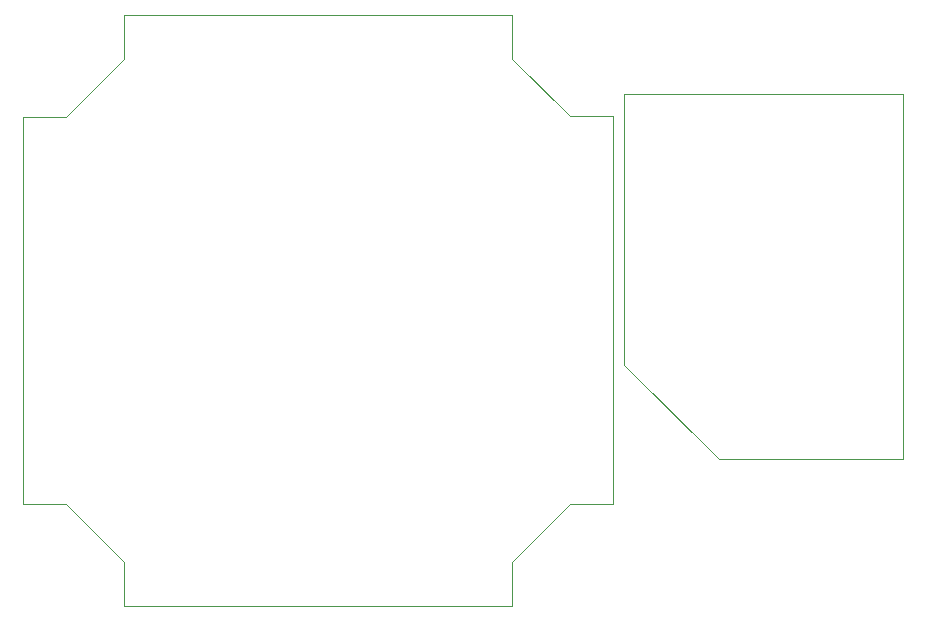
<source format=gbr>
%TF.GenerationSoftware,KiCad,Pcbnew,(6.0.1)*%
%TF.CreationDate,2023-02-04T15:12:00+01:00*%
%TF.ProjectId,PCB_Top_Rev4-PcbDoc,5043425f-546f-4705-9f52-6576342d5063,rev?*%
%TF.SameCoordinates,Original*%
%TF.FileFunction,Profile,NP*%
%FSLAX46Y46*%
G04 Gerber Fmt 4.6, Leading zero omitted, Abs format (unit mm)*
G04 Created by KiCad (PCBNEW (6.0.1)) date 2023-02-04 15:12:00*
%MOMM*%
%LPD*%
G01*
G04 APERTURE LIST*
%TA.AperFunction,Profile*%
%ADD10C,0.100000*%
%TD*%
G04 APERTURE END LIST*
D10*
X169773600Y-58572400D02*
X170332400Y-58572400D01*
X169773600Y-81483200D02*
X169773600Y-58572400D01*
X177800000Y-89509600D02*
X169773600Y-81483200D01*
X193395600Y-89509600D02*
X177800000Y-89509600D01*
X193395600Y-58572400D02*
X193395600Y-89509600D01*
X170332400Y-58572400D02*
X193395600Y-58572400D01*
%TO.C,Ref\u002A\u002A*%
X118831617Y-60473457D02*
X118828000Y-93299227D01*
X127416920Y-101880927D02*
X160242700Y-101884527D01*
X160239100Y-55580407D02*
X160239100Y-51888144D01*
X165128500Y-60469817D02*
X160239100Y-55580407D01*
X168824400Y-93295627D02*
X168828000Y-60469817D01*
X160242700Y-98185027D02*
X165132100Y-93295627D01*
X122523880Y-60473457D02*
X118831617Y-60473457D01*
X160242700Y-101884527D02*
X160242700Y-98185027D01*
X122527490Y-93299227D02*
X127416920Y-98188627D01*
X165132100Y-93295627D02*
X168824400Y-93295627D01*
X127413300Y-55584027D02*
X122523880Y-60473457D01*
X127413300Y-51884527D02*
X127413300Y-55584027D01*
X118828000Y-93299227D02*
X122527490Y-93299227D01*
X127413300Y-51884527D02*
X127413300Y-51884527D01*
X127416920Y-98188627D02*
X127416920Y-101880927D01*
X160239100Y-51888144D02*
X127413300Y-51884527D01*
X168828000Y-60469817D02*
X165128500Y-60469817D01*
%TD*%
M02*

</source>
